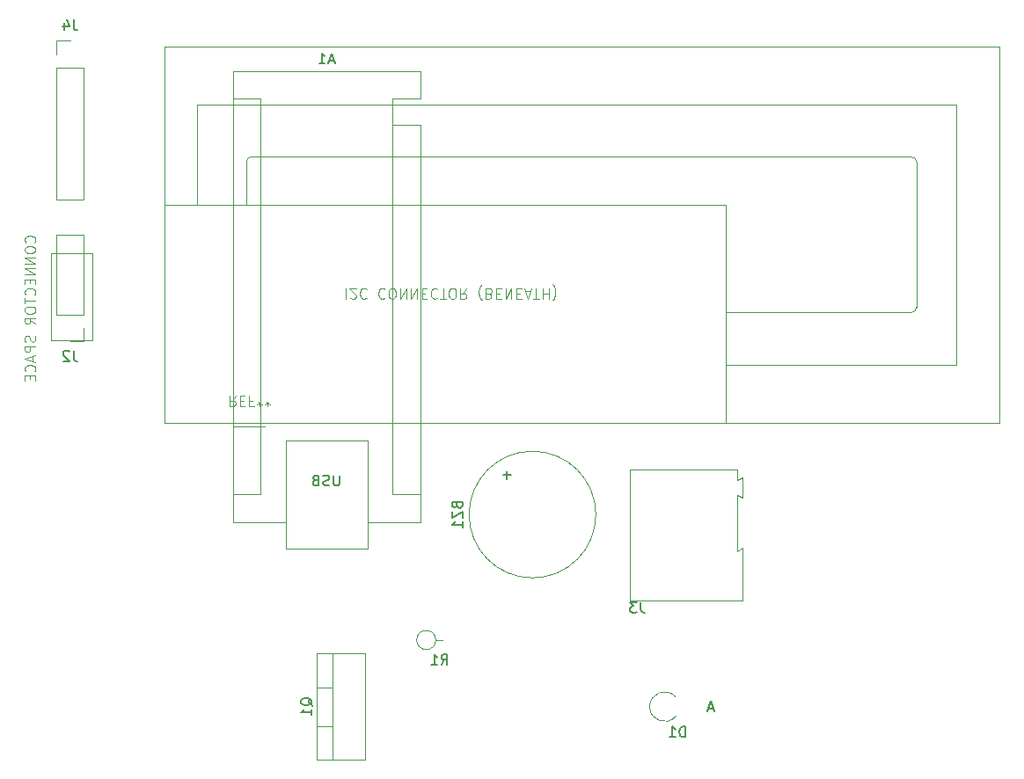
<source format=gbr>
%TF.GenerationSoftware,KiCad,Pcbnew,7.0.7-7.0.7~ubuntu22.04.1*%
%TF.CreationDate,2023-09-20T10:04:04-06:00*%
%TF.ProjectId,ph_meter,70685f6d-6574-4657-922e-6b696361645f,1.1 - E*%
%TF.SameCoordinates,Original*%
%TF.FileFunction,Legend,Bot*%
%TF.FilePolarity,Positive*%
%FSLAX46Y46*%
G04 Gerber Fmt 4.6, Leading zero omitted, Abs format (unit mm)*
G04 Created by KiCad (PCBNEW 7.0.7-7.0.7~ubuntu22.04.1) date 2023-09-20 10:04:04*
%MOMM*%
%LPD*%
G01*
G04 APERTURE LIST*
%ADD10C,0.150000*%
%ADD11C,0.100000*%
%ADD12C,0.120000*%
G04 APERTURE END LIST*
D10*
X139216666Y-125454819D02*
X139549999Y-124978628D01*
X139788094Y-125454819D02*
X139788094Y-124454819D01*
X139788094Y-124454819D02*
X139407142Y-124454819D01*
X139407142Y-124454819D02*
X139311904Y-124502438D01*
X139311904Y-124502438D02*
X139264285Y-124550057D01*
X139264285Y-124550057D02*
X139216666Y-124645295D01*
X139216666Y-124645295D02*
X139216666Y-124788152D01*
X139216666Y-124788152D02*
X139264285Y-124883390D01*
X139264285Y-124883390D02*
X139311904Y-124931009D01*
X139311904Y-124931009D02*
X139407142Y-124978628D01*
X139407142Y-124978628D02*
X139788094Y-124978628D01*
X138264285Y-125454819D02*
X138835713Y-125454819D01*
X138549999Y-125454819D02*
X138549999Y-124454819D01*
X138549999Y-124454819D02*
X138645237Y-124597676D01*
X138645237Y-124597676D02*
X138740475Y-124692914D01*
X138740475Y-124692914D02*
X138835713Y-124740533D01*
X103833333Y-63354819D02*
X103833333Y-64069104D01*
X103833333Y-64069104D02*
X103880952Y-64211961D01*
X103880952Y-64211961D02*
X103976190Y-64307200D01*
X103976190Y-64307200D02*
X104119047Y-64354819D01*
X104119047Y-64354819D02*
X104214285Y-64354819D01*
X102928571Y-63688152D02*
X102928571Y-64354819D01*
X103166666Y-63307200D02*
X103404761Y-64021485D01*
X103404761Y-64021485D02*
X102785714Y-64021485D01*
X128885645Y-67299104D02*
X128409455Y-67299104D01*
X128980883Y-67584819D02*
X128647550Y-66584819D01*
X128647550Y-66584819D02*
X128314217Y-67584819D01*
X127457074Y-67584819D02*
X128028502Y-67584819D01*
X127742788Y-67584819D02*
X127742788Y-66584819D01*
X127742788Y-66584819D02*
X127838026Y-66727676D01*
X127838026Y-66727676D02*
X127933264Y-66822914D01*
X127933264Y-66822914D02*
X128028502Y-66870533D01*
X129433264Y-107224819D02*
X129433264Y-108034342D01*
X129433264Y-108034342D02*
X129385645Y-108129580D01*
X129385645Y-108129580D02*
X129338026Y-108177200D01*
X129338026Y-108177200D02*
X129242788Y-108224819D01*
X129242788Y-108224819D02*
X129052312Y-108224819D01*
X129052312Y-108224819D02*
X128957074Y-108177200D01*
X128957074Y-108177200D02*
X128909455Y-108129580D01*
X128909455Y-108129580D02*
X128861836Y-108034342D01*
X128861836Y-108034342D02*
X128861836Y-107224819D01*
X128433264Y-108177200D02*
X128290407Y-108224819D01*
X128290407Y-108224819D02*
X128052312Y-108224819D01*
X128052312Y-108224819D02*
X127957074Y-108177200D01*
X127957074Y-108177200D02*
X127909455Y-108129580D01*
X127909455Y-108129580D02*
X127861836Y-108034342D01*
X127861836Y-108034342D02*
X127861836Y-107939104D01*
X127861836Y-107939104D02*
X127909455Y-107843866D01*
X127909455Y-107843866D02*
X127957074Y-107796247D01*
X127957074Y-107796247D02*
X128052312Y-107748628D01*
X128052312Y-107748628D02*
X128242788Y-107701009D01*
X128242788Y-107701009D02*
X128338026Y-107653390D01*
X128338026Y-107653390D02*
X128385645Y-107605771D01*
X128385645Y-107605771D02*
X128433264Y-107510533D01*
X128433264Y-107510533D02*
X128433264Y-107415295D01*
X128433264Y-107415295D02*
X128385645Y-107320057D01*
X128385645Y-107320057D02*
X128338026Y-107272438D01*
X128338026Y-107272438D02*
X128242788Y-107224819D01*
X128242788Y-107224819D02*
X128004693Y-107224819D01*
X128004693Y-107224819D02*
X127861836Y-107272438D01*
X127099931Y-107701009D02*
X126957074Y-107748628D01*
X126957074Y-107748628D02*
X126909455Y-107796247D01*
X126909455Y-107796247D02*
X126861836Y-107891485D01*
X126861836Y-107891485D02*
X126861836Y-108034342D01*
X126861836Y-108034342D02*
X126909455Y-108129580D01*
X126909455Y-108129580D02*
X126957074Y-108177200D01*
X126957074Y-108177200D02*
X127052312Y-108224819D01*
X127052312Y-108224819D02*
X127433264Y-108224819D01*
X127433264Y-108224819D02*
X127433264Y-107224819D01*
X127433264Y-107224819D02*
X127099931Y-107224819D01*
X127099931Y-107224819D02*
X127004693Y-107272438D01*
X127004693Y-107272438D02*
X126957074Y-107320057D01*
X126957074Y-107320057D02*
X126909455Y-107415295D01*
X126909455Y-107415295D02*
X126909455Y-107510533D01*
X126909455Y-107510533D02*
X126957074Y-107605771D01*
X126957074Y-107605771D02*
X127004693Y-107653390D01*
X127004693Y-107653390D02*
X127099931Y-107701009D01*
X127099931Y-107701009D02*
X127433264Y-107701009D01*
X162713094Y-132424819D02*
X162713094Y-131424819D01*
X162713094Y-131424819D02*
X162474999Y-131424819D01*
X162474999Y-131424819D02*
X162332142Y-131472438D01*
X162332142Y-131472438D02*
X162236904Y-131567676D01*
X162236904Y-131567676D02*
X162189285Y-131662914D01*
X162189285Y-131662914D02*
X162141666Y-131853390D01*
X162141666Y-131853390D02*
X162141666Y-131996247D01*
X162141666Y-131996247D02*
X162189285Y-132186723D01*
X162189285Y-132186723D02*
X162236904Y-132281961D01*
X162236904Y-132281961D02*
X162332142Y-132377200D01*
X162332142Y-132377200D02*
X162474999Y-132424819D01*
X162474999Y-132424819D02*
X162713094Y-132424819D01*
X161189285Y-132424819D02*
X161760713Y-132424819D01*
X161474999Y-132424819D02*
X161474999Y-131424819D01*
X161474999Y-131424819D02*
X161570237Y-131567676D01*
X161570237Y-131567676D02*
X161665475Y-131662914D01*
X161665475Y-131662914D02*
X161760713Y-131710533D01*
X165383094Y-129669104D02*
X164906904Y-129669104D01*
X165478332Y-129954819D02*
X165144999Y-128954819D01*
X165144999Y-128954819D02*
X164811666Y-129954819D01*
X103834693Y-95224819D02*
X103834693Y-95939104D01*
X103834693Y-95939104D02*
X103882312Y-96081961D01*
X103882312Y-96081961D02*
X103977550Y-96177200D01*
X103977550Y-96177200D02*
X104120407Y-96224819D01*
X104120407Y-96224819D02*
X104215645Y-96224819D01*
X103406121Y-95320057D02*
X103358502Y-95272438D01*
X103358502Y-95272438D02*
X103263264Y-95224819D01*
X103263264Y-95224819D02*
X103025169Y-95224819D01*
X103025169Y-95224819D02*
X102929931Y-95272438D01*
X102929931Y-95272438D02*
X102882312Y-95320057D01*
X102882312Y-95320057D02*
X102834693Y-95415295D01*
X102834693Y-95415295D02*
X102834693Y-95510533D01*
X102834693Y-95510533D02*
X102882312Y-95653390D01*
X102882312Y-95653390D02*
X103453740Y-96224819D01*
X103453740Y-96224819D02*
X102834693Y-96224819D01*
X140731009Y-110119047D02*
X140778628Y-110261904D01*
X140778628Y-110261904D02*
X140826247Y-110309523D01*
X140826247Y-110309523D02*
X140921485Y-110357142D01*
X140921485Y-110357142D02*
X141064342Y-110357142D01*
X141064342Y-110357142D02*
X141159580Y-110309523D01*
X141159580Y-110309523D02*
X141207200Y-110261904D01*
X141207200Y-110261904D02*
X141254819Y-110166666D01*
X141254819Y-110166666D02*
X141254819Y-109785714D01*
X141254819Y-109785714D02*
X140254819Y-109785714D01*
X140254819Y-109785714D02*
X140254819Y-110119047D01*
X140254819Y-110119047D02*
X140302438Y-110214285D01*
X140302438Y-110214285D02*
X140350057Y-110261904D01*
X140350057Y-110261904D02*
X140445295Y-110309523D01*
X140445295Y-110309523D02*
X140540533Y-110309523D01*
X140540533Y-110309523D02*
X140635771Y-110261904D01*
X140635771Y-110261904D02*
X140683390Y-110214285D01*
X140683390Y-110214285D02*
X140731009Y-110119047D01*
X140731009Y-110119047D02*
X140731009Y-109785714D01*
X140254819Y-110690476D02*
X140254819Y-111357142D01*
X140254819Y-111357142D02*
X141254819Y-110690476D01*
X141254819Y-110690476D02*
X141254819Y-111357142D01*
X141254819Y-112261904D02*
X141254819Y-111690476D01*
X141254819Y-111976190D02*
X140254819Y-111976190D01*
X140254819Y-111976190D02*
X140397676Y-111880952D01*
X140397676Y-111880952D02*
X140492914Y-111785714D01*
X140492914Y-111785714D02*
X140540533Y-111690476D01*
X145533866Y-106809048D02*
X145533866Y-107570953D01*
X145914819Y-107190000D02*
X145152914Y-107190000D01*
X158413333Y-119444819D02*
X158413333Y-120159104D01*
X158413333Y-120159104D02*
X158460952Y-120301961D01*
X158460952Y-120301961D02*
X158556190Y-120397200D01*
X158556190Y-120397200D02*
X158699047Y-120444819D01*
X158699047Y-120444819D02*
X158794285Y-120444819D01*
X158032380Y-119444819D02*
X157413333Y-119444819D01*
X157413333Y-119444819D02*
X157746666Y-119825771D01*
X157746666Y-119825771D02*
X157603809Y-119825771D01*
X157603809Y-119825771D02*
X157508571Y-119873390D01*
X157508571Y-119873390D02*
X157460952Y-119921009D01*
X157460952Y-119921009D02*
X157413333Y-120016247D01*
X157413333Y-120016247D02*
X157413333Y-120254342D01*
X157413333Y-120254342D02*
X157460952Y-120349580D01*
X157460952Y-120349580D02*
X157508571Y-120397200D01*
X157508571Y-120397200D02*
X157603809Y-120444819D01*
X157603809Y-120444819D02*
X157889523Y-120444819D01*
X157889523Y-120444819D02*
X157984761Y-120397200D01*
X157984761Y-120397200D02*
X158032380Y-120349580D01*
D11*
X119418026Y-99542580D02*
X119084693Y-100018771D01*
X118846598Y-99542580D02*
X118846598Y-100542580D01*
X118846598Y-100542580D02*
X119227550Y-100542580D01*
X119227550Y-100542580D02*
X119322788Y-100494961D01*
X119322788Y-100494961D02*
X119370407Y-100447342D01*
X119370407Y-100447342D02*
X119418026Y-100352104D01*
X119418026Y-100352104D02*
X119418026Y-100209247D01*
X119418026Y-100209247D02*
X119370407Y-100114009D01*
X119370407Y-100114009D02*
X119322788Y-100066390D01*
X119322788Y-100066390D02*
X119227550Y-100018771D01*
X119227550Y-100018771D02*
X118846598Y-100018771D01*
X119846598Y-100066390D02*
X120179931Y-100066390D01*
X120322788Y-99542580D02*
X119846598Y-99542580D01*
X119846598Y-99542580D02*
X119846598Y-100542580D01*
X119846598Y-100542580D02*
X120322788Y-100542580D01*
X121084693Y-100066390D02*
X120751360Y-100066390D01*
X120751360Y-99542580D02*
X120751360Y-100542580D01*
X120751360Y-100542580D02*
X121227550Y-100542580D01*
X121751360Y-100542580D02*
X121751360Y-100304485D01*
X121513265Y-100399723D02*
X121751360Y-100304485D01*
X121751360Y-100304485D02*
X121989455Y-100399723D01*
X121608503Y-100114009D02*
X121751360Y-100304485D01*
X121751360Y-100304485D02*
X121894217Y-100114009D01*
X122513265Y-100542580D02*
X122513265Y-100304485D01*
X122275170Y-100399723D02*
X122513265Y-100304485D01*
X122513265Y-100304485D02*
X122751360Y-100399723D01*
X122370408Y-100114009D02*
X122513265Y-100304485D01*
X122513265Y-100304485D02*
X122656122Y-100114009D01*
X100056140Y-84779712D02*
X100103760Y-84732093D01*
X100103760Y-84732093D02*
X100151379Y-84589236D01*
X100151379Y-84589236D02*
X100151379Y-84493998D01*
X100151379Y-84493998D02*
X100103760Y-84351141D01*
X100103760Y-84351141D02*
X100008521Y-84255903D01*
X100008521Y-84255903D02*
X99913283Y-84208284D01*
X99913283Y-84208284D02*
X99722807Y-84160665D01*
X99722807Y-84160665D02*
X99579950Y-84160665D01*
X99579950Y-84160665D02*
X99389474Y-84208284D01*
X99389474Y-84208284D02*
X99294236Y-84255903D01*
X99294236Y-84255903D02*
X99198998Y-84351141D01*
X99198998Y-84351141D02*
X99151379Y-84493998D01*
X99151379Y-84493998D02*
X99151379Y-84589236D01*
X99151379Y-84589236D02*
X99198998Y-84732093D01*
X99198998Y-84732093D02*
X99246617Y-84779712D01*
X99151379Y-85398760D02*
X99151379Y-85589236D01*
X99151379Y-85589236D02*
X99198998Y-85684474D01*
X99198998Y-85684474D02*
X99294236Y-85779712D01*
X99294236Y-85779712D02*
X99484712Y-85827331D01*
X99484712Y-85827331D02*
X99818045Y-85827331D01*
X99818045Y-85827331D02*
X100008521Y-85779712D01*
X100008521Y-85779712D02*
X100103760Y-85684474D01*
X100103760Y-85684474D02*
X100151379Y-85589236D01*
X100151379Y-85589236D02*
X100151379Y-85398760D01*
X100151379Y-85398760D02*
X100103760Y-85303522D01*
X100103760Y-85303522D02*
X100008521Y-85208284D01*
X100008521Y-85208284D02*
X99818045Y-85160665D01*
X99818045Y-85160665D02*
X99484712Y-85160665D01*
X99484712Y-85160665D02*
X99294236Y-85208284D01*
X99294236Y-85208284D02*
X99198998Y-85303522D01*
X99198998Y-85303522D02*
X99151379Y-85398760D01*
X100151379Y-86255903D02*
X99151379Y-86255903D01*
X99151379Y-86255903D02*
X100151379Y-86827331D01*
X100151379Y-86827331D02*
X99151379Y-86827331D01*
X100151379Y-87303522D02*
X99151379Y-87303522D01*
X99151379Y-87303522D02*
X100151379Y-87874950D01*
X100151379Y-87874950D02*
X99151379Y-87874950D01*
X99627569Y-88351141D02*
X99627569Y-88684474D01*
X100151379Y-88827331D02*
X100151379Y-88351141D01*
X100151379Y-88351141D02*
X99151379Y-88351141D01*
X99151379Y-88351141D02*
X99151379Y-88827331D01*
X100056140Y-89827331D02*
X100103760Y-89779712D01*
X100103760Y-89779712D02*
X100151379Y-89636855D01*
X100151379Y-89636855D02*
X100151379Y-89541617D01*
X100151379Y-89541617D02*
X100103760Y-89398760D01*
X100103760Y-89398760D02*
X100008521Y-89303522D01*
X100008521Y-89303522D02*
X99913283Y-89255903D01*
X99913283Y-89255903D02*
X99722807Y-89208284D01*
X99722807Y-89208284D02*
X99579950Y-89208284D01*
X99579950Y-89208284D02*
X99389474Y-89255903D01*
X99389474Y-89255903D02*
X99294236Y-89303522D01*
X99294236Y-89303522D02*
X99198998Y-89398760D01*
X99198998Y-89398760D02*
X99151379Y-89541617D01*
X99151379Y-89541617D02*
X99151379Y-89636855D01*
X99151379Y-89636855D02*
X99198998Y-89779712D01*
X99198998Y-89779712D02*
X99246617Y-89827331D01*
X99151379Y-90113046D02*
X99151379Y-90684474D01*
X100151379Y-90398760D02*
X99151379Y-90398760D01*
X99151379Y-91208284D02*
X99151379Y-91398760D01*
X99151379Y-91398760D02*
X99198998Y-91493998D01*
X99198998Y-91493998D02*
X99294236Y-91589236D01*
X99294236Y-91589236D02*
X99484712Y-91636855D01*
X99484712Y-91636855D02*
X99818045Y-91636855D01*
X99818045Y-91636855D02*
X100008521Y-91589236D01*
X100008521Y-91589236D02*
X100103760Y-91493998D01*
X100103760Y-91493998D02*
X100151379Y-91398760D01*
X100151379Y-91398760D02*
X100151379Y-91208284D01*
X100151379Y-91208284D02*
X100103760Y-91113046D01*
X100103760Y-91113046D02*
X100008521Y-91017808D01*
X100008521Y-91017808D02*
X99818045Y-90970189D01*
X99818045Y-90970189D02*
X99484712Y-90970189D01*
X99484712Y-90970189D02*
X99294236Y-91017808D01*
X99294236Y-91017808D02*
X99198998Y-91113046D01*
X99198998Y-91113046D02*
X99151379Y-91208284D01*
X100151379Y-92636855D02*
X99675188Y-92303522D01*
X100151379Y-92065427D02*
X99151379Y-92065427D01*
X99151379Y-92065427D02*
X99151379Y-92446379D01*
X99151379Y-92446379D02*
X99198998Y-92541617D01*
X99198998Y-92541617D02*
X99246617Y-92589236D01*
X99246617Y-92589236D02*
X99341855Y-92636855D01*
X99341855Y-92636855D02*
X99484712Y-92636855D01*
X99484712Y-92636855D02*
X99579950Y-92589236D01*
X99579950Y-92589236D02*
X99627569Y-92541617D01*
X99627569Y-92541617D02*
X99675188Y-92446379D01*
X99675188Y-92446379D02*
X99675188Y-92065427D01*
X100103760Y-93779713D02*
X100151379Y-93922570D01*
X100151379Y-93922570D02*
X100151379Y-94160665D01*
X100151379Y-94160665D02*
X100103760Y-94255903D01*
X100103760Y-94255903D02*
X100056140Y-94303522D01*
X100056140Y-94303522D02*
X99960902Y-94351141D01*
X99960902Y-94351141D02*
X99865664Y-94351141D01*
X99865664Y-94351141D02*
X99770426Y-94303522D01*
X99770426Y-94303522D02*
X99722807Y-94255903D01*
X99722807Y-94255903D02*
X99675188Y-94160665D01*
X99675188Y-94160665D02*
X99627569Y-93970189D01*
X99627569Y-93970189D02*
X99579950Y-93874951D01*
X99579950Y-93874951D02*
X99532331Y-93827332D01*
X99532331Y-93827332D02*
X99437093Y-93779713D01*
X99437093Y-93779713D02*
X99341855Y-93779713D01*
X99341855Y-93779713D02*
X99246617Y-93827332D01*
X99246617Y-93827332D02*
X99198998Y-93874951D01*
X99198998Y-93874951D02*
X99151379Y-93970189D01*
X99151379Y-93970189D02*
X99151379Y-94208284D01*
X99151379Y-94208284D02*
X99198998Y-94351141D01*
X100151379Y-94779713D02*
X99151379Y-94779713D01*
X99151379Y-94779713D02*
X99151379Y-95160665D01*
X99151379Y-95160665D02*
X99198998Y-95255903D01*
X99198998Y-95255903D02*
X99246617Y-95303522D01*
X99246617Y-95303522D02*
X99341855Y-95351141D01*
X99341855Y-95351141D02*
X99484712Y-95351141D01*
X99484712Y-95351141D02*
X99579950Y-95303522D01*
X99579950Y-95303522D02*
X99627569Y-95255903D01*
X99627569Y-95255903D02*
X99675188Y-95160665D01*
X99675188Y-95160665D02*
X99675188Y-94779713D01*
X99865664Y-95732094D02*
X99865664Y-96208284D01*
X100151379Y-95636856D02*
X99151379Y-95970189D01*
X99151379Y-95970189D02*
X100151379Y-96303522D01*
X100056140Y-97208284D02*
X100103760Y-97160665D01*
X100103760Y-97160665D02*
X100151379Y-97017808D01*
X100151379Y-97017808D02*
X100151379Y-96922570D01*
X100151379Y-96922570D02*
X100103760Y-96779713D01*
X100103760Y-96779713D02*
X100008521Y-96684475D01*
X100008521Y-96684475D02*
X99913283Y-96636856D01*
X99913283Y-96636856D02*
X99722807Y-96589237D01*
X99722807Y-96589237D02*
X99579950Y-96589237D01*
X99579950Y-96589237D02*
X99389474Y-96636856D01*
X99389474Y-96636856D02*
X99294236Y-96684475D01*
X99294236Y-96684475D02*
X99198998Y-96779713D01*
X99198998Y-96779713D02*
X99151379Y-96922570D01*
X99151379Y-96922570D02*
X99151379Y-97017808D01*
X99151379Y-97017808D02*
X99198998Y-97160665D01*
X99198998Y-97160665D02*
X99246617Y-97208284D01*
X99627569Y-97636856D02*
X99627569Y-97970189D01*
X100151379Y-98113046D02*
X100151379Y-97636856D01*
X100151379Y-97636856D02*
X99151379Y-97636856D01*
X99151379Y-97636856D02*
X99151379Y-98113046D01*
X130021444Y-89213580D02*
X130021444Y-90213580D01*
X130450015Y-90118342D02*
X130497634Y-90165961D01*
X130497634Y-90165961D02*
X130592872Y-90213580D01*
X130592872Y-90213580D02*
X130830967Y-90213580D01*
X130830967Y-90213580D02*
X130926205Y-90165961D01*
X130926205Y-90165961D02*
X130973824Y-90118342D01*
X130973824Y-90118342D02*
X131021443Y-90023104D01*
X131021443Y-90023104D02*
X131021443Y-89927866D01*
X131021443Y-89927866D02*
X130973824Y-89785009D01*
X130973824Y-89785009D02*
X130402396Y-89213580D01*
X130402396Y-89213580D02*
X131021443Y-89213580D01*
X132021443Y-89308819D02*
X131973824Y-89261200D01*
X131973824Y-89261200D02*
X131830967Y-89213580D01*
X131830967Y-89213580D02*
X131735729Y-89213580D01*
X131735729Y-89213580D02*
X131592872Y-89261200D01*
X131592872Y-89261200D02*
X131497634Y-89356438D01*
X131497634Y-89356438D02*
X131450015Y-89451676D01*
X131450015Y-89451676D02*
X131402396Y-89642152D01*
X131402396Y-89642152D02*
X131402396Y-89785009D01*
X131402396Y-89785009D02*
X131450015Y-89975485D01*
X131450015Y-89975485D02*
X131497634Y-90070723D01*
X131497634Y-90070723D02*
X131592872Y-90165961D01*
X131592872Y-90165961D02*
X131735729Y-90213580D01*
X131735729Y-90213580D02*
X131830967Y-90213580D01*
X131830967Y-90213580D02*
X131973824Y-90165961D01*
X131973824Y-90165961D02*
X132021443Y-90118342D01*
X133783348Y-89308819D02*
X133735729Y-89261200D01*
X133735729Y-89261200D02*
X133592872Y-89213580D01*
X133592872Y-89213580D02*
X133497634Y-89213580D01*
X133497634Y-89213580D02*
X133354777Y-89261200D01*
X133354777Y-89261200D02*
X133259539Y-89356438D01*
X133259539Y-89356438D02*
X133211920Y-89451676D01*
X133211920Y-89451676D02*
X133164301Y-89642152D01*
X133164301Y-89642152D02*
X133164301Y-89785009D01*
X133164301Y-89785009D02*
X133211920Y-89975485D01*
X133211920Y-89975485D02*
X133259539Y-90070723D01*
X133259539Y-90070723D02*
X133354777Y-90165961D01*
X133354777Y-90165961D02*
X133497634Y-90213580D01*
X133497634Y-90213580D02*
X133592872Y-90213580D01*
X133592872Y-90213580D02*
X133735729Y-90165961D01*
X133735729Y-90165961D02*
X133783348Y-90118342D01*
X134402396Y-90213580D02*
X134592872Y-90213580D01*
X134592872Y-90213580D02*
X134688110Y-90165961D01*
X134688110Y-90165961D02*
X134783348Y-90070723D01*
X134783348Y-90070723D02*
X134830967Y-89880247D01*
X134830967Y-89880247D02*
X134830967Y-89546914D01*
X134830967Y-89546914D02*
X134783348Y-89356438D01*
X134783348Y-89356438D02*
X134688110Y-89261200D01*
X134688110Y-89261200D02*
X134592872Y-89213580D01*
X134592872Y-89213580D02*
X134402396Y-89213580D01*
X134402396Y-89213580D02*
X134307158Y-89261200D01*
X134307158Y-89261200D02*
X134211920Y-89356438D01*
X134211920Y-89356438D02*
X134164301Y-89546914D01*
X134164301Y-89546914D02*
X134164301Y-89880247D01*
X134164301Y-89880247D02*
X134211920Y-90070723D01*
X134211920Y-90070723D02*
X134307158Y-90165961D01*
X134307158Y-90165961D02*
X134402396Y-90213580D01*
X135259539Y-89213580D02*
X135259539Y-90213580D01*
X135259539Y-90213580D02*
X135830967Y-89213580D01*
X135830967Y-89213580D02*
X135830967Y-90213580D01*
X136307158Y-89213580D02*
X136307158Y-90213580D01*
X136307158Y-90213580D02*
X136878586Y-89213580D01*
X136878586Y-89213580D02*
X136878586Y-90213580D01*
X137354777Y-89737390D02*
X137688110Y-89737390D01*
X137830967Y-89213580D02*
X137354777Y-89213580D01*
X137354777Y-89213580D02*
X137354777Y-90213580D01*
X137354777Y-90213580D02*
X137830967Y-90213580D01*
X138830967Y-89308819D02*
X138783348Y-89261200D01*
X138783348Y-89261200D02*
X138640491Y-89213580D01*
X138640491Y-89213580D02*
X138545253Y-89213580D01*
X138545253Y-89213580D02*
X138402396Y-89261200D01*
X138402396Y-89261200D02*
X138307158Y-89356438D01*
X138307158Y-89356438D02*
X138259539Y-89451676D01*
X138259539Y-89451676D02*
X138211920Y-89642152D01*
X138211920Y-89642152D02*
X138211920Y-89785009D01*
X138211920Y-89785009D02*
X138259539Y-89975485D01*
X138259539Y-89975485D02*
X138307158Y-90070723D01*
X138307158Y-90070723D02*
X138402396Y-90165961D01*
X138402396Y-90165961D02*
X138545253Y-90213580D01*
X138545253Y-90213580D02*
X138640491Y-90213580D01*
X138640491Y-90213580D02*
X138783348Y-90165961D01*
X138783348Y-90165961D02*
X138830967Y-90118342D01*
X139116682Y-90213580D02*
X139688110Y-90213580D01*
X139402396Y-89213580D02*
X139402396Y-90213580D01*
X140211920Y-90213580D02*
X140402396Y-90213580D01*
X140402396Y-90213580D02*
X140497634Y-90165961D01*
X140497634Y-90165961D02*
X140592872Y-90070723D01*
X140592872Y-90070723D02*
X140640491Y-89880247D01*
X140640491Y-89880247D02*
X140640491Y-89546914D01*
X140640491Y-89546914D02*
X140592872Y-89356438D01*
X140592872Y-89356438D02*
X140497634Y-89261200D01*
X140497634Y-89261200D02*
X140402396Y-89213580D01*
X140402396Y-89213580D02*
X140211920Y-89213580D01*
X140211920Y-89213580D02*
X140116682Y-89261200D01*
X140116682Y-89261200D02*
X140021444Y-89356438D01*
X140021444Y-89356438D02*
X139973825Y-89546914D01*
X139973825Y-89546914D02*
X139973825Y-89880247D01*
X139973825Y-89880247D02*
X140021444Y-90070723D01*
X140021444Y-90070723D02*
X140116682Y-90165961D01*
X140116682Y-90165961D02*
X140211920Y-90213580D01*
X141640491Y-89213580D02*
X141307158Y-89689771D01*
X141069063Y-89213580D02*
X141069063Y-90213580D01*
X141069063Y-90213580D02*
X141450015Y-90213580D01*
X141450015Y-90213580D02*
X141545253Y-90165961D01*
X141545253Y-90165961D02*
X141592872Y-90118342D01*
X141592872Y-90118342D02*
X141640491Y-90023104D01*
X141640491Y-90023104D02*
X141640491Y-89880247D01*
X141640491Y-89880247D02*
X141592872Y-89785009D01*
X141592872Y-89785009D02*
X141545253Y-89737390D01*
X141545253Y-89737390D02*
X141450015Y-89689771D01*
X141450015Y-89689771D02*
X141069063Y-89689771D01*
X143116682Y-88832628D02*
X143069063Y-88880247D01*
X143069063Y-88880247D02*
X142973825Y-89023104D01*
X142973825Y-89023104D02*
X142926206Y-89118342D01*
X142926206Y-89118342D02*
X142878587Y-89261200D01*
X142878587Y-89261200D02*
X142830968Y-89499295D01*
X142830968Y-89499295D02*
X142830968Y-89689771D01*
X142830968Y-89689771D02*
X142878587Y-89927866D01*
X142878587Y-89927866D02*
X142926206Y-90070723D01*
X142926206Y-90070723D02*
X142973825Y-90165961D01*
X142973825Y-90165961D02*
X143069063Y-90308819D01*
X143069063Y-90308819D02*
X143116682Y-90356438D01*
X143830968Y-89737390D02*
X143973825Y-89689771D01*
X143973825Y-89689771D02*
X144021444Y-89642152D01*
X144021444Y-89642152D02*
X144069063Y-89546914D01*
X144069063Y-89546914D02*
X144069063Y-89404057D01*
X144069063Y-89404057D02*
X144021444Y-89308819D01*
X144021444Y-89308819D02*
X143973825Y-89261200D01*
X143973825Y-89261200D02*
X143878587Y-89213580D01*
X143878587Y-89213580D02*
X143497635Y-89213580D01*
X143497635Y-89213580D02*
X143497635Y-90213580D01*
X143497635Y-90213580D02*
X143830968Y-90213580D01*
X143830968Y-90213580D02*
X143926206Y-90165961D01*
X143926206Y-90165961D02*
X143973825Y-90118342D01*
X143973825Y-90118342D02*
X144021444Y-90023104D01*
X144021444Y-90023104D02*
X144021444Y-89927866D01*
X144021444Y-89927866D02*
X143973825Y-89832628D01*
X143973825Y-89832628D02*
X143926206Y-89785009D01*
X143926206Y-89785009D02*
X143830968Y-89737390D01*
X143830968Y-89737390D02*
X143497635Y-89737390D01*
X144497635Y-89737390D02*
X144830968Y-89737390D01*
X144973825Y-89213580D02*
X144497635Y-89213580D01*
X144497635Y-89213580D02*
X144497635Y-90213580D01*
X144497635Y-90213580D02*
X144973825Y-90213580D01*
X145402397Y-89213580D02*
X145402397Y-90213580D01*
X145402397Y-90213580D02*
X145973825Y-89213580D01*
X145973825Y-89213580D02*
X145973825Y-90213580D01*
X146450016Y-89737390D02*
X146783349Y-89737390D01*
X146926206Y-89213580D02*
X146450016Y-89213580D01*
X146450016Y-89213580D02*
X146450016Y-90213580D01*
X146450016Y-90213580D02*
X146926206Y-90213580D01*
X147307159Y-89499295D02*
X147783349Y-89499295D01*
X147211921Y-89213580D02*
X147545254Y-90213580D01*
X147545254Y-90213580D02*
X147878587Y-89213580D01*
X148069064Y-90213580D02*
X148640492Y-90213580D01*
X148354778Y-89213580D02*
X148354778Y-90213580D01*
X148973826Y-89213580D02*
X148973826Y-90213580D01*
X148973826Y-89737390D02*
X149545254Y-89737390D01*
X149545254Y-89213580D02*
X149545254Y-90213580D01*
X149926207Y-88832628D02*
X149973826Y-88880247D01*
X149973826Y-88880247D02*
X150069064Y-89023104D01*
X150069064Y-89023104D02*
X150116683Y-89118342D01*
X150116683Y-89118342D02*
X150164302Y-89261200D01*
X150164302Y-89261200D02*
X150211921Y-89499295D01*
X150211921Y-89499295D02*
X150211921Y-89689771D01*
X150211921Y-89689771D02*
X150164302Y-89927866D01*
X150164302Y-89927866D02*
X150116683Y-90070723D01*
X150116683Y-90070723D02*
X150069064Y-90165961D01*
X150069064Y-90165961D02*
X149973826Y-90308819D01*
X149973826Y-90308819D02*
X149926207Y-90356438D01*
D10*
X126795057Y-129404761D02*
X126747438Y-129309523D01*
X126747438Y-129309523D02*
X126652200Y-129214285D01*
X126652200Y-129214285D02*
X126509342Y-129071428D01*
X126509342Y-129071428D02*
X126461723Y-128976190D01*
X126461723Y-128976190D02*
X126461723Y-128880952D01*
X126699819Y-128928571D02*
X126652200Y-128833333D01*
X126652200Y-128833333D02*
X126556961Y-128738095D01*
X126556961Y-128738095D02*
X126366485Y-128690476D01*
X126366485Y-128690476D02*
X126033152Y-128690476D01*
X126033152Y-128690476D02*
X125842676Y-128738095D01*
X125842676Y-128738095D02*
X125747438Y-128833333D01*
X125747438Y-128833333D02*
X125699819Y-128928571D01*
X125699819Y-128928571D02*
X125699819Y-129119047D01*
X125699819Y-129119047D02*
X125747438Y-129214285D01*
X125747438Y-129214285D02*
X125842676Y-129309523D01*
X125842676Y-129309523D02*
X126033152Y-129357142D01*
X126033152Y-129357142D02*
X126366485Y-129357142D01*
X126366485Y-129357142D02*
X126556961Y-129309523D01*
X126556961Y-129309523D02*
X126652200Y-129214285D01*
X126652200Y-129214285D02*
X126699819Y-129119047D01*
X126699819Y-129119047D02*
X126699819Y-128928571D01*
X126699819Y-130309523D02*
X126699819Y-129738095D01*
X126699819Y-130023809D02*
X125699819Y-130023809D01*
X125699819Y-130023809D02*
X125842676Y-129928571D01*
X125842676Y-129928571D02*
X125937914Y-129833333D01*
X125937914Y-129833333D02*
X125985533Y-129738095D01*
D12*
%TO.C,R1*%
X138700000Y-123080000D02*
X139320000Y-123080000D01*
X138700000Y-123080000D02*
G75*
G03*
X138700000Y-123080000I-920000J0D01*
G01*
%TO.C,J4*%
X104830000Y-80700000D02*
X102170000Y-80700000D01*
X104830000Y-67940000D02*
X104830000Y-80700000D01*
X104830000Y-67940000D02*
X102170000Y-67940000D01*
X103500000Y-65340000D02*
X102170000Y-65340000D01*
X102170000Y-67940000D02*
X102170000Y-80700000D01*
X102170000Y-65340000D02*
X102170000Y-66670000D01*
%TO.C,A1*%
X137191360Y-111710000D02*
X132111360Y-111710000D01*
X137191360Y-73480000D02*
X137191360Y-111710000D01*
X137191360Y-68270000D02*
X137191360Y-70940000D01*
X134521360Y-109040000D02*
X137191360Y-109040000D01*
X134521360Y-73480000D02*
X137191360Y-73480000D01*
X134521360Y-73480000D02*
X134521360Y-109040000D01*
X134521360Y-73480000D02*
X134521360Y-70940000D01*
X134521360Y-70940000D02*
X137191360Y-70940000D01*
X132111360Y-114250000D02*
X132111360Y-103830000D01*
X132111360Y-103830000D02*
X124231360Y-103830000D01*
X124231360Y-114250000D02*
X132111360Y-114250000D01*
X124231360Y-103830000D02*
X124231360Y-114250000D01*
X121821360Y-109040000D02*
X119151360Y-109040000D01*
X121821360Y-70940000D02*
X121821360Y-109040000D01*
X121821360Y-70940000D02*
X119151360Y-70940000D01*
X119151360Y-111710000D02*
X124231360Y-111710000D01*
X119151360Y-111710000D02*
X119151360Y-68270000D01*
X119151360Y-68270000D02*
X137191360Y-68270000D01*
%TO.C,D1*%
X161758850Y-128531134D02*
G75*
G03*
X161818239Y-130400000I-1053850J-968866D01*
G01*
%TO.C,J2*%
X102171360Y-84050000D02*
X104831360Y-84050000D01*
X102171360Y-91730000D02*
X102171360Y-84050000D01*
X102171360Y-91730000D02*
X104831360Y-91730000D01*
X103501360Y-94330000D02*
X104831360Y-94330000D01*
X104831360Y-91730000D02*
X104831360Y-84050000D01*
X104831360Y-94330000D02*
X104831360Y-93000000D01*
%TO.C,BZ1*%
X154100000Y-111000000D02*
G75*
G03*
X154100000Y-111000000I-6100000J0D01*
G01*
%TO.C,J3*%
X157350000Y-106700000D02*
X167700000Y-106700000D01*
X157350000Y-119300000D02*
X157350000Y-106700000D01*
X167700000Y-106700000D02*
X167700000Y-107650000D01*
X167700000Y-107650000D02*
X168200000Y-107400000D01*
X167700000Y-109100000D02*
X167700000Y-114500000D01*
X167700000Y-114500000D02*
X168200000Y-114200000D01*
X168200000Y-107400000D02*
X168200000Y-109300000D01*
X168200000Y-109300000D02*
X168200000Y-109350000D01*
X168200000Y-109350000D02*
X167700000Y-109100000D01*
X168200000Y-114200000D02*
X168200000Y-119300000D01*
X168200000Y-119300000D02*
X157350000Y-119300000D01*
D11*
%TO.C,REF\u002A\u002A*%
X101625160Y-85860200D02*
X105638360Y-85860200D01*
X101625160Y-94191400D02*
X101625160Y-85860200D01*
X105638360Y-85860200D02*
X105638360Y-94191400D01*
X105638360Y-94191400D02*
X101625160Y-94191400D01*
D12*
X112614760Y-65910800D02*
X192894760Y-65910800D01*
X112614760Y-102190800D02*
X112614760Y-65910800D01*
D11*
X112614760Y-102190800D02*
X112623360Y-81186600D01*
X112614760Y-102190800D02*
X112623360Y-94191400D01*
X112623360Y-81186600D02*
X166623760Y-81186600D01*
X112624760Y-102190800D02*
X112623360Y-96172600D01*
D12*
X112624760Y-102190800D02*
X113414760Y-102190800D01*
D11*
X115754760Y-71550800D02*
X115747560Y-81161200D01*
D12*
X119254760Y-102550800D02*
X122254760Y-102550800D01*
D11*
X120455040Y-77051480D02*
X120446560Y-81186600D01*
X166623760Y-81186600D02*
X166623760Y-91524400D01*
X166623760Y-91524400D02*
X166623760Y-96553600D01*
X166623760Y-91524400D02*
X184454760Y-91550800D01*
X166623760Y-96553600D02*
X166623760Y-102141600D01*
D12*
X184455420Y-76550800D02*
X120954760Y-76550800D01*
X184954760Y-91050800D02*
X184954760Y-77050800D01*
X188754760Y-71550800D02*
X115754760Y-71550800D01*
D11*
X188754760Y-96550800D02*
X166623760Y-96553600D01*
D12*
X188754760Y-96550800D02*
X188754760Y-71550800D01*
X192894760Y-65910800D02*
X192894760Y-102190800D01*
X192894760Y-102190800D02*
X113414760Y-102190800D01*
X120955420Y-76551100D02*
G75*
G03*
X120455040Y-77051480I0J-500380D01*
G01*
X184955760Y-77051480D02*
G75*
G03*
X184455420Y-76551100I-500400J-20D01*
G01*
X184454760Y-91550800D02*
G75*
G03*
X184954760Y-91050800I0J500000D01*
G01*
%TO.C,Q1*%
X131886000Y-124380000D02*
X131886000Y-134620000D01*
X128755000Y-124380000D02*
X128755000Y-134620000D01*
X127245000Y-124380000D02*
X131886000Y-124380000D01*
X127245000Y-124380000D02*
X127245000Y-134620000D01*
X127245000Y-127650000D02*
X128755000Y-127650000D01*
X127245000Y-131351000D02*
X128755000Y-131351000D01*
X127245000Y-134620000D02*
X131886000Y-134620000D01*
%TD*%
M02*

</source>
